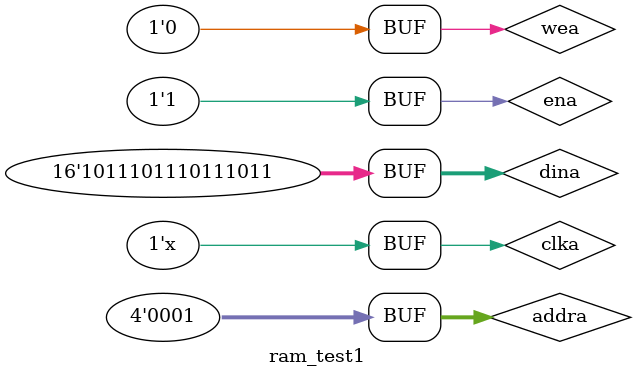
<source format=v>
`timescale 1ns / 1ps


module ram_test1();

reg clka;
reg ena;
reg wea;
reg [3 : 0] addra;
reg [15 : 0] dina;
wire [15 : 0] douta;

ram1 ram_te (
  .clka(clka),    // input wire clka
  .ena(ena),      // input wire ena
  .wea(wea),      // input wire [0 : 0] wea
  .addra(addra),  // input wire [3 : 0] addra
  .dina(dina),    // input wire [15 : 0] dina
  .douta(douta)  // output wire [15 : 0] douta
);

always  #10 clka <= ~clka;
	
initial begin
	clka = 0;
	ena = 1;
	wea = 0;
	addra = 0;
	dina = 0;
	
	#100;
	wea = 1;
	addra = 1;
	dina = 16'hbbbb;
	#20;
	wea = 0;
	
	#20;
	addra = 0;
	#20;
	wea = 0;
	
	#100;
	addra = 1;
end

endmodule

</source>
